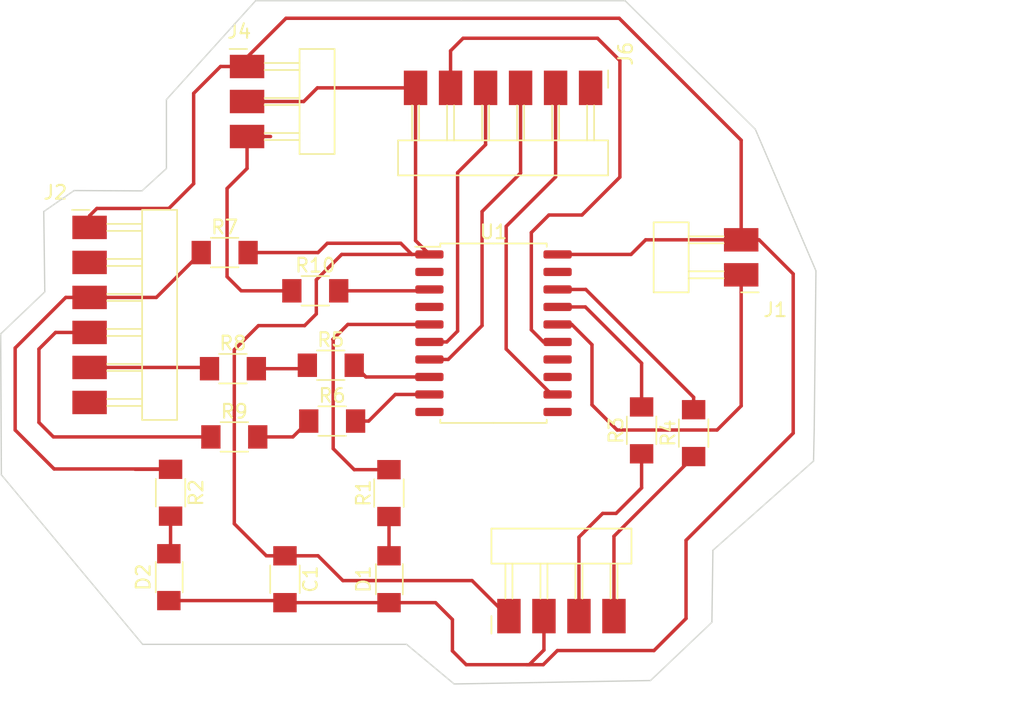
<source format=kicad_pcb>
(kicad_pcb (version 20221018) (generator pcbnew)
  (layers (0 "F.Cu" signal) (31 "B.Cu" signal) (34 "B.Paste" user) (35 "F.Paste" user) (36 "B.SilkS" user "B.Silkscreen") (37 "F.SilkS" user "F.Silkscreen") (38 "B.Mask" user) (39 "F.Mask" user) (44 "Edge.Cuts" user))
  (net 0 "")
  (net 1 "VCC")
  (net 2 "GND")
  (net 3 "Net-(D1-A)")
  (net 4 "Net-(D2-A)")
  (net 5 "Net-(U1-~{RESET}{slash}PA0)")
  (net 7 "Net-(U1-PB2)")
  (net 8 "Net-(U1-PB3)")
  (net 10 "Net-(J3-Pin_3)")
  (net 11 "Net-(J3-Pin_4)")
  (net 12 "/A")
  (net 14 "/DI")
  (net 15 "/DE")
  (net 16 "/RE")
  (net 17 "/RO")
  (net 18 "Net-(U1-PA7)")
  (net 26 "Net-(U1-PA1)")
  (net 27 "Net-(U1-PA2)")
  (net 28 "Net-(J2-Pad4)")
  (net 29 "Net-(J2-Pad5)")
  (net 30 "Net-(J2-Pad3)")
  (net 31 "Net-(R6-Pad1)")
  (net 32 "Net-(R5-Pad1)")
  (net 33 "Net-(J4-Pin_3)")
  (footprint "fab:LED_1206" (layer "F.Cu") (at 98.675 72.225 90)
    (fp_text reference "D2" (at 0 -1.85 90) (layer "F.SilkS"))
    (fp_text value "LED_1206")
    (fp_line (start -1.1 -0.95) (end 1.1 -0.95) (stroke (width 0.12)) (layer "F.SilkS"))
    (fp_line (start -1.1 1) (end 1.1 1) (stroke (width 0.12)) (layer "F.SilkS"))
    (pad "1" smd rect (at -1.7 0 90) (size 1.4 1.7) (layers "F.Cu" "F.Paste" "F.Mask") (net 2 "GND"))
    (pad "2" smd rect (at 1.7 0 90) (size 1.4 1.7) (layers "F.Cu" "F.Paste" "F.Mask") (net 4 "Net-(D2-A)"))
  )
  (footprint "fab:R_1206" (layer "F.Cu") (at 103.325 57.1)
    (fp_text reference "R8" (at 0 -1.85) (layer "F.SilkS"))
    (fp_text value "R0")
    (fp_line (start -1 -1.07) (end 1 -1.07) (stroke (width 0.12)) (layer "F.SilkS"))
    (fp_line (start 1 1.07) (end -1 1.07) (stroke (width 0.12)) (layer "F.SilkS"))
    (pad "1" smd rect (at -1.7 0) (size 1.4 1.7) (layers "F.Cu" "F.Paste" "F.Mask") (net 29 "Net-(J2-Pad5)"))
    (pad "2" smd rect (at 1.7 0) (size 1.4 1.7) (layers "F.Cu" "F.Paste" "F.Mask") (net 32 "Net-(R5-Pad1)"))
  )
  (footprint "fab:PinHeader_1x02_P2.54mm_Horizontal_SMD" (layer "F.Cu") (at 140.2 50.29 180)
    (fp_text reference "J1" (at -1.524 -2.54) (layer "F.SilkS") (effects (justify left)))
    (fp_text value "Conn_PinHeader_UPDI_1x02_P2.54mm_Horizontal_SMD")
    (fp_line (start -1.27 -1.27) (end 0 -1.27) (stroke (width 0.12)) (layer "F.SilkS"))
    (fp_line (start 3.81 -1.27) (end 6.35 -1.27) (stroke (width 0.12)) (layer "F.SilkS"))
    (fp_line (start 3.81 -0.254) (end 1.27 -0.254) (stroke (width 0.12)) (layer "F.SilkS"))
    (fp_line (start 3.81 0.254) (end 1.27 0.254) (stroke (width 0.12)) (layer "F.SilkS"))
    (fp_line (start 3.81 2.286) (end 1.27 2.286) (stroke (width 0.12)) (layer "F.SilkS"))
    (fp_line (start 3.81 2.794) (end 1.27 2.794) (stroke (width 0.12)) (layer "F.SilkS"))
    (fp_line (start 3.81 3.81) (end 3.81 -1.27) (stroke (width 0.12)) (layer "F.SilkS"))
    (fp_line (start 6.35 -1.27) (end 6.35 3.81) (stroke (width 0.12)) (layer "F.SilkS"))
    (fp_line (start 6.35 3.81) (end 3.81 3.81) (stroke (width 0.12)) (layer "F.SilkS"))
    (pad "1" smd rect (at 0 0 180) (size 2.5 1.7) (layers "F.Cu" "F.Paste" "F.Mask") (net 5 "Net-(U1-~{RESET}{slash}PA0)"))
    (pad "2" smd rect (at 0 2.54 180) (size 2.5 1.7) (layers "F.Cu" "F.Paste" "F.Mask") (net 2 "GND"))
  )
  (footprint "fab:PinHeader_1x06_P2.54mm_Horizontal_SMD" (layer "F.Cu") (at 129.275 36.725 -90)
    (fp_text reference "J6" (at -1.524 -2.54 90) (layer "F.SilkS") (effects (justify left)))
    (fp_text value "Conn_01x06_Pin")
    (fp_line (start -1.27 -1.27) (end 0 -1.27) (stroke (width 0.12)) (layer "F.SilkS"))
    (fp_line (start 3.81 -1.27) (end 6.35 -1.27) (stroke (width 0.12)) (layer "F.SilkS"))
    (fp_line (start 3.81 -0.254) (end 1.27 -0.254) (stroke (width 0.12)) (layer "F.SilkS"))
    (fp_line (start 3.81 0.254) (end 1.27 0.254) (stroke (width 0.12)) (layer "F.SilkS"))
    (fp_line (start 3.81 2.286) (end 1.27 2.286) (stroke (width 0.12)) (layer "F.SilkS"))
    (fp_line (start 3.81 2.794) (end 1.27 2.794) (stroke (width 0.12)) (layer "F.SilkS"))
    (fp_line (start 3.81 4.826) (end 1.27 4.826) (stroke (width 0.12)) (layer "F.SilkS"))
    (fp_line (start 3.81 5.334) (end 1.27 5.334) (stroke (width 0.12)) (layer "F.SilkS"))
    (fp_line (start 3.81 7.366) (end 1.27 7.366) (stroke (width 0.12)) (layer "F.SilkS"))
    (fp_line (start 3.81 7.874) (end 1.27 7.874) (stroke (width 0.12)) (layer "F.SilkS"))
    (fp_line (start 3.81 9.906) (end 1.27 9.906) (stroke (width 0.12)) (layer "F.SilkS"))
    (fp_line (start 3.81 10.414) (end 1.27 10.414) (stroke (width 0.12)) (layer "F.SilkS"))
    (fp_line (start 3.81 12.446) (end 1.27 12.446) (stroke (width 0.12)) (layer "F.SilkS"))
    (fp_line (start 3.81 12.954) (end 1.27 12.954) (stroke (width 0.12)) (layer "F.SilkS"))
    (fp_line (start 3.81 13.97) (end 3.81 -1.27) (stroke (width 0.12)) (layer "F.SilkS"))
    (fp_line (start 6.35 -1.27) (end 6.35 13.97) (stroke (width 0.12)) (layer "F.SilkS"))
    (fp_line (start 6.35 13.97) (end 3.81 13.97) (stroke (width 0.12)) (layer "F.SilkS"))
    (pad "1" smd rect (at 0 0 270) (size 2.5 1.7) (layers "F.Cu" "F.Paste" "F.Mask"))
    (pad "2" smd rect (at 0 2.54 270) (size 2.5 1.7) (layers "F.Cu" "F.Paste" "F.Mask") (net 14 "/DI"))
    (pad "3" smd rect (at 0 5.08 270) (size 2.5 1.7) (layers "F.Cu" "F.Paste" "F.Mask") (net 15 "/DE"))
    (pad "4" smd rect (at 0 7.62 270) (size 2.5 1.7) (layers "F.Cu" "F.Paste" "F.Mask") (net 16 "/RE"))
    (pad "5" smd rect (at 0 10.16 270) (size 2.5 1.7) (layers "F.Cu" "F.Paste" "F.Mask") (net 17 "/RO"))
    (pad "6" smd rect (at 0 12.7 270) (size 2.5 1.7) (layers "F.Cu" "F.Paste" "F.Mask") (net 1 "VCC"))
  )
  (footprint "fab:PinHeader_1x06_P2.54mm_Horizontal_SMD" (layer "F.Cu") (at 92.925 46.85)
    (fp_text reference "J2" (at -1.524 -2.54) (layer "F.SilkS") (effects (justify right)))
    (fp_text value "Conn_PinHeader_FTDI_1x06_P2.54mm_Horizontal_SMD" hide)
    (fp_line (start -1.27 -1.27) (end 0 -1.27) (stroke (width 0.12)) (layer "F.SilkS"))
    (fp_line (start 3.81 -1.27) (end 6.35 -1.27) (stroke (width 0.12)) (layer "F.SilkS"))
    (fp_line (start 3.81 -0.254) (end 1.27 -0.254) (stroke (width 0.12)) (layer "F.SilkS"))
    (fp_line (start 3.81 0.254) (end 1.27 0.254) (stroke (width 0.12)) (layer "F.SilkS"))
    (fp_line (start 3.81 2.286) (end 1.27 2.286) (stroke (width 0.12)) (layer "F.SilkS"))
    (fp_line (start 3.81 2.794) (end 1.27 2.794) (stroke (width 0.12)) (layer "F.SilkS"))
    (fp_line (start 3.81 4.826) (end 1.27 4.826) (stroke (width 0.12)) (layer "F.SilkS"))
    (fp_line (start 3.81 5.334) (end 1.27 5.334) (stroke (width 0.12)) (layer "F.SilkS"))
    (fp_line (start 3.81 7.366) (end 1.27 7.366) (stroke (width 0.12)) (layer "F.SilkS"))
    (fp_line (start 3.81 7.874) (end 1.27 7.874) (stroke (width 0.12)) (layer "F.SilkS"))
    (fp_line (start 3.81 9.906) (end 1.27 9.906) (stroke (width 0.12)) (layer "F.SilkS"))
    (fp_line (start 3.81 10.414) (end 1.27 10.414) (stroke (width 0.12)) (layer "F.SilkS"))
    (fp_line (start 3.81 12.446) (end 1.27 12.446) (stroke (width 0.12)) (layer "F.SilkS"))
    (fp_line (start 3.81 12.954) (end 1.27 12.954) (stroke (width 0.12)) (layer "F.SilkS"))
    (fp_line (start 3.81 13.97) (end 3.81 -1.27) (stroke (width 0.12)) (layer "F.SilkS"))
    (fp_line (start 6.35 -1.27) (end 6.35 13.97) (stroke (width 0.12)) (layer "F.SilkS"))
    (fp_line (start 6.35 13.97) (end 3.81 13.97) (stroke (width 0.12)) (layer "F.SilkS"))
    (pad "1" smd rect (at 0 0) (size 2.5 1.7) (layers "F.Cu" "F.Paste" "F.Mask") (net 2 "GND"))
    (pad "2" smd rect (at 0 2.54) (size 2.5 1.7) (layers "F.Cu" "F.Paste" "F.Mask"))
    (pad "3" smd rect (at 0 5.08) (size 2.5 1.7) (layers "F.Cu" "F.Paste" "F.Mask") (net 30 "Net-(J2-Pad3)"))
    (pad "4" smd rect (at 0 7.62) (size 2.5 1.7) (layers "F.Cu" "F.Paste" "F.Mask") (net 28 "Net-(J2-Pad4)"))
    (pad "5" smd rect (at 0 10.16) (size 2.5 1.7) (layers "F.Cu" "F.Paste" "F.Mask") (net 29 "Net-(J2-Pad5)"))
    (pad "6" smd rect (at 0 12.7) (size 2.5 1.7) (layers "F.Cu" "F.Paste" "F.Mask"))
  )
  (footprint "fab:R_1206" (layer "F.Cu") (at 110.525 60.9)
    (fp_text reference "R6" (at 0 -1.85) (layer "F.SilkS"))
    (fp_text value "R0")
    (fp_line (start -1 -1.07) (end 1 -1.07) (stroke (width 0.12)) (layer "F.SilkS"))
    (fp_line (start 1 1.07) (end -1 1.07) (stroke (width 0.12)) (layer "F.SilkS"))
    (pad "1" smd rect (at -1.7 0) (size 1.4 1.7) (layers "F.Cu" "F.Paste" "F.Mask") (net 31 "Net-(R6-Pad1)"))
    (pad "2" smd rect (at 1.7 0) (size 1.4 1.7) (layers "F.Cu" "F.Paste" "F.Mask") (net 7 "Net-(U1-PB2)"))
  )
  (footprint "fab:R_1206" (layer "F.Cu") (at 109.3 51.45)
    (fp_text reference "R10" (at 0 -1.85) (layer "F.SilkS"))
    (fp_text value "R0")
    (fp_line (start -1 -1.07) (end 1 -1.07) (stroke (width 0.12)) (layer "F.SilkS"))
    (fp_line (start 1 1.07) (end -1 1.07) (stroke (width 0.12)) (layer "F.SilkS"))
    (pad "1" smd rect (at -1.7 0) (size 1.4 1.7) (layers "F.Cu" "F.Paste" "F.Mask") (net 33 "Net-(J4-Pin_3)"))
    (pad "2" smd rect (at 1.7 0) (size 1.4 1.7) (layers "F.Cu" "F.Paste" "F.Mask") (net 12 "/A"))
  )
  (footprint "fab:C_1206" (layer "F.Cu") (at 107.1 72.375 -90)
    (fp_text reference "C1" (at 0 -1.85 90) (layer "F.SilkS"))
    (fp_text value "C_1206")
    (fp_line (start -1 -1.07) (end 1 -1.07) (stroke (width 0.12)) (layer "F.SilkS"))
    (fp_line (start 1 1.07) (end -1 1.07) (stroke (width 0.12)) (layer "F.SilkS"))
    (pad "1" smd rect (at -1.7 0 270) (size 1.4 1.7) (layers "F.Cu" "F.Paste" "F.Mask") (net 1 "VCC"))
    (pad "2" smd rect (at 1.7 0 270) (size 1.4 1.7) (layers "F.Cu" "F.Paste" "F.Mask") (net 2 "GND"))
  )
  (footprint "fab:R_1206" (layer "F.Cu") (at 103.425 62.05)
    (fp_text reference "R9" (at 0 -1.85) (layer "F.SilkS"))
    (fp_text value "R0")
    (fp_line (start -1 -1.07) (end 1 -1.07) (stroke (width 0.12)) (layer "F.SilkS"))
    (fp_line (start 1 1.07) (end -1 1.07) (stroke (width 0.12)) (layer "F.SilkS"))
    (pad "1" smd rect (at -1.7 0) (size 1.4 1.7) (layers "F.Cu" "F.Paste" "F.Mask") (net 28 "Net-(J2-Pad4)"))
    (pad "2" smd rect (at 1.7 0) (size 1.4 1.7) (layers "F.Cu" "F.Paste" "F.Mask") (net 31 "Net-(R6-Pad1)"))
  )
  (footprint "fab:R_1206" (layer "F.Cu") (at 110.425 56.85)
    (fp_text reference "R5" (at 0 -1.85) (layer "F.SilkS"))
    (fp_text value "R0")
    (fp_line (start -1 -1.07) (end 1 -1.07) (stroke (width 0.12)) (layer "F.SilkS"))
    (fp_line (start 1 1.07) (end -1 1.07) (stroke (width 0.12)) (layer "F.SilkS"))
    (pad "1" smd rect (at -1.7 0) (size 1.4 1.7) (layers "F.Cu" "F.Paste" "F.Mask") (net 32 "Net-(R5-Pad1)"))
    (pad "2" smd rect (at 1.7 0) (size 1.4 1.7) (layers "F.Cu" "F.Paste" "F.Mask") (net 8 "Net-(U1-PB3)"))
  )
  (footprint "fab:R_1206" (layer "F.Cu") (at 102.725 48.675)
    (fp_text reference "R7" (at 0 -1.85) (layer "F.SilkS"))
    (fp_text value "R0")
    (fp_line (start -1 -1.07) (end 1 -1.07) (stroke (width 0.12)) (layer "F.SilkS"))
    (fp_line (start 1 1.07) (end -1 1.07) (stroke (width 0.12)) (layer "F.SilkS"))
    (pad "1" smd rect (at -1.7 0) (size 1.4 1.7) (layers "F.Cu" "F.Paste" "F.Mask") (net 30 "Net-(J2-Pad3)"))
    (pad "2" smd rect (at 1.7 0) (size 1.4 1.7) (layers "F.Cu" "F.Paste" "F.Mask") (net 1 "VCC"))
  )
  (footprint "fab:PinHeader_1x03_P2.54mm_Horizontal_SMD" (layer "F.Cu") (at 104.35 35.175)
    (fp_text reference "J4" (at -1.524 -2.54 180) (layer "F.SilkS") (effects (justify left)))
    (fp_text value "Conn_01x03_Pin")
    (fp_line (start -1.27 -1.27) (end 0 -1.27) (stroke (width 0.12)) (layer "F.SilkS"))
    (fp_line (start 3.81 -1.27) (end 6.35 -1.27) (stroke (width 0.12)) (layer "F.SilkS"))
    (fp_line (start 3.81 -0.254) (end 1.27 -0.254) (stroke (width 0.12)) (layer "F.SilkS"))
    (fp_line (start 3.81 0.254) (end 1.27 0.254) (stroke (width 0.12)) (layer "F.SilkS"))
    (fp_line (start 3.81 2.286) (end 1.27 2.286) (stroke (width 0.12)) (layer "F.SilkS"))
    (fp_line (start 3.81 2.794) (end 1.27 2.794) (stroke (width 0.12)) (layer "F.SilkS"))
    (fp_line (start 3.81 4.826) (end 1.27 4.826) (stroke (width 0.12)) (layer "F.SilkS"))
    (fp_line (start 3.81 5.334) (end 1.27 5.334) (stroke (width 0.12)) (layer "F.SilkS"))
    (fp_line (start 3.81 6.35) (end 3.81 -1.27) (stroke (width 0.12)) (layer "F.SilkS"))
    (fp_line (start 6.35 -1.27) (end 6.35 6.35) (stroke (width 0.12)) (layer "F.SilkS"))
    (fp_line (start 6.35 6.35) (end 3.81 6.35) (stroke (width 0.12)) (layer "F.SilkS"))
    (pad "1" smd rect (at 0 0) (size 2.5 1.7) (layers "F.Cu" "F.Paste" "F.Mask") (net 2 "GND"))
    (pad "2" smd rect (at 0 2.54) (size 2.5 1.7) (layers "F.Cu" "F.Paste" "F.Mask") (net 1 "VCC"))
    (pad "3" smd rect (at 0 5.08) (size 2.5 1.7) (layers "F.Cu" "F.Paste" "F.Mask") (net 33 "Net-(J4-Pin_3)"))
  )
  (footprint "fab:R_1206" (layer "F.Cu") (at 132.975 61.575 90)
    (fp_text reference "R3" (at 0 -1.85 90) (layer "F.SilkS"))
    (fp_text value "R0")
    (fp_line (start -1 -1.07) (end 1 -1.07) (stroke (width 0.12)) (layer "F.SilkS"))
    (fp_line (start 1 1.07) (end -1 1.07) (stroke (width 0.12)) (layer "F.SilkS"))
    (pad "1" smd rect (at -1.7 0 90) (size 1.4 1.7) (layers "F.Cu" "F.Paste" "F.Mask") (net 10 "Net-(J3-Pin_3)"))
    (pad "2" smd rect (at 1.7 0 90) (size 1.4 1.7) (layers "F.Cu" "F.Paste" "F.Mask") (net 26 "Net-(U1-PA1)"))
  )
  (footprint "Package_SO:SOIC-20W_7.5x12.8mm_P1.27mm" (layer "F.Cu") (at 122.23 54.525)
    (fp_text reference "U1" (at 0 -7.35) (layer "F.SilkS"))
    (fp_text value "ATtiny3216-S")
    (fp_line (start -3.86 -6.51) (end -3.86 -6.275) (stroke (width 0.12)) (layer "F.SilkS"))
    (fp_line (start -3.86 -6.275) (end -5.675 -6.275) (stroke (width 0.12)) (layer "F.SilkS"))
    (fp_line (start -3.86 6.51) (end -3.86 6.275) (stroke (width 0.12)) (layer "F.SilkS"))
    (fp_line (start 0 -6.51) (end -3.86 -6.51) (stroke (width 0.12)) (layer "F.SilkS"))
    (fp_line (start 0 -6.51) (end 3.86 -6.51) (stroke (width 0.12)) (layer "F.SilkS"))
    (fp_line (start 0 6.51) (end -3.86 6.51) (stroke (width 0.12)) (layer "F.SilkS"))
    (fp_line (start 0 6.51) (end 3.86 6.51) (stroke (width 0.12)) (layer "F.SilkS"))
    (fp_line (start 3.86 -6.51) (end 3.86 -6.275) (stroke (width 0.12)) (layer "F.SilkS"))
    (fp_line (start 3.86 6.51) (end 3.86 6.275) (stroke (width 0.12)) (layer "F.SilkS"))
    (pad "1" smd roundrect (at -4.65 -5.715) (size 2.05 0.6) (layers "F.Cu" "F.Paste" "F.Mask") (net 1 "VCC"))
    (pad "2" smd roundrect (at -4.65 -4.445) (size 2.05 0.6) (layers "F.Cu" "F.Paste" "F.Mask"))
    (pad "3" smd roundrect (at -4.65 -3.175) (size 2.05 0.6) (layers "F.Cu" "F.Paste" "F.Mask") (net 12 "/A"))
    (pad "4" smd roundrect (at -4.65 -1.905) (size 2.05 0.6) (layers "F.Cu" "F.Paste" "F.Mask"))
    (pad "5" smd roundrect (at -4.65 -0.635) (size 2.05 0.6) (layers "F.Cu" "F.Paste" "F.Mask") (net 18 "Net-(U1-PA7)"))
    (pad "6" smd roundrect (at -4.65 0.635) (size 2.05 0.6) (layers "F.Cu" "F.Paste" "F.Mask") (net 16 "/RE"))
    (pad "7" smd roundrect (at -4.65 1.905) (size 2.05 0.6) (layers "F.Cu" "F.Paste" "F.Mask") (net 15 "/DE"))
    (pad "8" smd roundrect (at -4.65 3.175) (size 2.05 0.6) (layers "F.Cu" "F.Paste" "F.Mask") (net 8 "Net-(U1-PB3)"))
    (pad "9" smd roundrect (at -4.65 4.445) (size 2.05 0.6) (layers "F.Cu" "F.Paste" "F.Mask") (net 7 "Net-(U1-PB2)"))
    (pad "10" smd roundrect (at -4.65 5.715) (size 2.05 0.6) (layers "F.Cu" "F.Paste" "F.Mask"))
    (pad "11" smd roundrect (at 4.65 5.715) (size 2.05 0.6) (layers "F.Cu" "F.Paste" "F.Mask"))
    (pad "12" smd roundrect (at 4.65 4.445) (size 2.05 0.6) (layers "F.Cu" "F.Paste" "F.Mask") (net 14 "/DI"))
    (pad "13" smd roundrect (at 4.65 3.175) (size 2.05 0.6) (layers "F.Cu" "F.Paste" "F.Mask"))
    (pad "14" smd roundrect (at 4.65 1.905) (size 2.05 0.6) (layers "F.Cu" "F.Paste" "F.Mask"))
    (pad "15" smd roundrect (at 4.65 0.635) (size 2.05 0.6) (layers "F.Cu" "F.Paste" "F.Mask") (net 17 "/RO"))
    (pad "16" smd roundrect (at 4.65 -0.635) (size 2.05 0.6) (layers "F.Cu" "F.Paste" "F.Mask") (net 5 "Net-(U1-~{RESET}{slash}PA0)"))
    (pad "17" smd roundrect (at 4.65 -1.905) (size 2.05 0.6) (layers "F.Cu" "F.Paste" "F.Mask") (net 26 "Net-(U1-PA1)"))
    (pad "18" smd roundrect (at 4.65 -3.175) (size 2.05 0.6) (layers "F.Cu" "F.Paste" "F.Mask") (net 27 "Net-(U1-PA2)"))
    (pad "19" smd roundrect (at 4.65 -4.445) (size 2.05 0.6) (layers "F.Cu" "F.Paste" "F.Mask"))
    (pad "20" smd roundrect (at 4.65 -5.715) (size 2.05 0.6) (layers "F.Cu" "F.Paste" "F.Mask") (net 2 "GND"))
  )
  (footprint "fab:R_1206" (layer "F.Cu") (at 114.645 66.125 90)
    (fp_text reference "R1" (at 0 -1.85 90) (layer "F.SilkS"))
    (fp_text value "R_1206")
    (fp_line (start -1 -1.07) (end 1 -1.07) (stroke (width 0.12)) (layer "F.SilkS"))
    (fp_line (start 1 1.07) (end -1 1.07) (stroke (width 0.12)) (layer "F.SilkS"))
    (pad "1" smd rect (at -1.7 0 90) (size 1.4 1.7) (layers "F.Cu" "F.Paste" "F.Mask") (net 3 "Net-(D1-A)"))
    (pad "2" smd rect (at 1.7 0 90) (size 1.4 1.7) (layers "F.Cu" "F.Paste" "F.Mask") (net 18 "Net-(U1-PA7)"))
  )
  (footprint "fab:R_1206" (layer "F.Cu") (at 98.8 66.1 -90)
    (fp_text reference "R2" (at 0 -1.85 90) (layer "F.SilkS"))
    (fp_text value "100")
    (fp_line (start -1 -1.07) (end 1 -1.07) (stroke (width 0.12)) (layer "F.SilkS"))
    (fp_line (start 1 1.07) (end -1 1.07) (stroke (width 0.12)) (layer "F.SilkS"))
    (pad "1" smd rect (at -1.7 0 270) (size 1.4 1.7) (layers "F.Cu" "F.Paste" "F.Mask") (net 30 "Net-(J2-Pad3)"))
    (pad "2" smd rect (at 1.7 0 270) (size 1.4 1.7) (layers "F.Cu" "F.Paste" "F.Mask") (net 4 "Net-(D2-A)"))
  )
  (footprint "fab:LED_1206" (layer "F.Cu") (at 114.65 72.375 90)
    (fp_text reference "D1" (at 0 -1.85 90) (layer "F.SilkS"))
    (fp_text value "LED_1206")
    (fp_line (start -1.1 -0.95) (end 1.1 -0.95) (stroke (width 0.12)) (layer "F.SilkS"))
    (fp_line (start -1.1 1) (end 1.1 1) (stroke (width 0.12)) (layer "F.SilkS"))
    (pad "1" smd rect (at -1.7 0 90) (size 1.4 1.7) (layers "F.Cu" "F.Paste" "F.Mask") (net 2 "GND"))
    (pad "2" smd rect (at 1.7 0 90) (size 1.4 1.7) (layers "F.Cu" "F.Paste" "F.Mask") (net 3 "Net-(D1-A)"))
  )
  (footprint "fab:R_1206" (layer "F.Cu") (at 136.75 61.775 90)
    (fp_text reference "R4" (at 0 -1.85 90) (layer "F.SilkS"))
    (fp_text value "R0")
    (fp_line (start -1 -1.07) (end 1 -1.07) (stroke (width 0.12)) (layer "F.SilkS"))
    (fp_line (start 1 1.07) (end -1 1.07) (stroke (width 0.12)) (layer "F.SilkS"))
    (pad "1" smd rect (at -1.7 0 90) (size 1.4 1.7) (layers "F.Cu" "F.Paste" "F.Mask") (net 11 "Net-(J3-Pin_4)"))
    (pad "2" smd rect (at 1.7 0 90) (size 1.4 1.7) (layers "F.Cu" "F.Paste" "F.Mask") (net 27 "Net-(U1-PA2)"))
  )
  (footprint "fab:PinHeader_1x04_P2.54mm_Horizontal_SMD" (layer "F.Cu") (at 123.35 75.05 90)
    (fp_text reference "J3" hide)
    (fp_text value "Conn_01x04_Pin")
    (fp_line (start -1.27 -1.27) (end 0 -1.27) (stroke (width 0.12)) (layer "F.SilkS"))
    (fp_line (start 3.81 -1.27) (end 6.35 -1.27) (stroke (width 0.12)) (layer "F.SilkS"))
    (fp_line (start 3.81 -0.254) (end 1.27 -0.254) (stroke (width 0.12)) (layer "F.SilkS"))
    (fp_line (start 3.81 0.254) (end 1.27 0.254) (stroke (width 0.12)) (layer "F.SilkS"))
    (fp_line (start 3.81 2.286) (end 1.27 2.286) (stroke (width 0.12)) (layer "F.SilkS"))
    (fp_line (start 3.81 2.794) (end 1.27 2.794) (stroke (width 0.12)) (layer "F.SilkS"))
    (fp_line (start 3.81 4.826) (end 1.27 4.826) (stroke (width 0.12)) (layer "F.SilkS"))
    (fp_line (start 3.81 5.334) (end 1.27 5.334) (stroke (width 0.12)) (layer "F.SilkS"))
    (fp_line (start 3.81 7.366) (end 1.27 7.366) (stroke (width 0.12)) (layer "F.SilkS"))
    (fp_line (start 3.81 7.874) (end 1.27 7.874) (stroke (width 0.12)) (layer "F.SilkS"))
    (fp_line (start 3.81 8.89) (end 3.81 -1.27) (stroke (width 0.12)) (layer "F.SilkS"))
    (fp_line (start 6.35 -1.27) (end 6.35 8.89) (stroke (width 0.12)) (layer "F.SilkS"))
    (fp_line (start 6.35 8.89) (end 3.81 8.89) (stroke (width 0.12)) (layer "F.SilkS"))
    (pad "1" smd rect (at 0 0 90) (size 2.5 1.7) (layers "F.Cu" "F.Paste" "F.Mask") (net 1 "VCC"))
    (pad "2" smd rect (at 0 2.54 90) (size 2.5 1.7) (layers "F.Cu" "F.Paste" "F.Mask") (net 2 "GND"))
    (pad "3" smd rect (at 0 5.08 90) (size 2.5 1.7) (layers "F.Cu" "F.Paste" "F.Mask") (net 10 "Net-(J3-Pin_3)"))
    (pad "4" smd rect (at 0 7.62 90) (size 2.5 1.7) (layers "F.Cu" "F.Paste" "F.Mask") (net 11 "Net-(J3-Pin_4)"))
  )
  (gr_line (start 119.9 30.4) (end 104.975 30.4) (stroke (width 0.1)) (layer "Edge.Cuts"))
  (gr_line (start 138.15 70.275) (end 138.075 75.5) (stroke (width 0.1)) (layer "Edge.Cuts"))
  (gr_line (start 119.375 79.975) (end 115.925 77.1) (stroke (width 0.1)) (layer "Edge.Cuts"))
  (gr_line (start 115.925 77.1) (end 96.775 77.1) (stroke (width 0.1)) (layer "Edge.Cuts"))
  (gr_line (start 131.775 30.4) (end 141.225 39.725) (stroke (width 0.1)) (layer "Edge.Cuts"))
  (gr_line (start 138.075 75.5) (end 133.625 79.725) (stroke (width 0.1)) (layer "Edge.Cuts"))
  (gr_line (start 145.625 50) (end 145.5 61.475) (stroke (width 0.1)) (layer "Edge.Cuts"))
  (gr_line (start 89.6 45.7) (end 89.675 51.525) (stroke (width 0.1)) (layer "Edge.Cuts"))
  (gr_line (start 91.8 44.175) (end 89.6 45.7) (stroke (width 0.1)) (layer "Edge.Cuts"))
  (gr_line (start 86.525 64.8) (end 96.775 77.1) (stroke (width 0.1)) (layer "Edge.Cuts"))
  (gr_line (start 98.5 37.575) (end 98.5 42.575) (stroke (width 0.1)) (layer "Edge.Cuts"))
  (gr_line (start 145.5 61.475) (end 145.45 63.8) (stroke (width 0.1)) (layer "Edge.Cuts"))
  (gr_line (start 133.625 79.725) (end 119.375 79.975) (stroke (width 0.1)) (layer "Edge.Cuts"))
  (gr_line (start 89.675 51.525) (end 86.475 54.575) (stroke (width 0.1)) (layer "Edge.Cuts"))
  (gr_line (start 141.225 39.725) (end 145.625 50) (stroke (width 0.1)) (layer "Edge.Cuts"))
  (gr_line (start 104.975 30.4) (end 98.5 37.575) (stroke (width 0.1)) (layer "Edge.Cuts"))
  (gr_line (start 145.45 63.8) (end 138.15 70.275) (stroke (width 0.1)) (layer "Edge.Cuts"))
  (gr_line (start 86.475 54.575) (end 86.525 64.8) (stroke (width 0.1)) (layer "Edge.Cuts"))
  (gr_line (start 98.5 42.575) (end 96.725 44.2) (stroke (width 0.1)) (layer "Edge.Cuts"))
  (gr_line (start 119.9 30.4) (end 131.775 30.4) (stroke (width 0.1)) (layer "Edge.Cuts"))
  (gr_line (start 96.725 44.2) (end 91.8 44.175) (stroke (width 0.1)) (layer "Edge.Cuts"))
  (segment (start 115.5 48) (end 116.31 48.81) (width 0.25) (layer "F.Cu") (net 1))
  (segment (start 107.1 70.675) (end 105.75 70.675) (width 0.25) (layer "F.Cu") (net 1))
  (segment (start 109.5 70.675) (end 107.1 70.675) (width 0.25) (layer "F.Cu") (net 1))
  (segment (start 108.46 37.715) (end 104.35 37.715) (width 0.25) (layer "F.Cu") (net 1))
  (segment (start 109.45 36.725) (end 108.46 37.715) (width 0.25) (layer "F.Cu") (net 1))
  (segment (start 120.675 72.475) (end 111.3 72.475) (width 0.25) (layer "F.Cu") (net 1))
  (segment (start 109.375 50.65) (end 111.215 48.81) (width 0.25) (layer "F.Cu") (net 1))
  (segment (start 116.31 48.81) (end 117.58 48.81) (width 0.25) (layer "F.Cu") (net 1))
  (segment (start 111.3 72.475) (end 109.5 70.675) (width 0.25) (layer "F.Cu") (net 1))
  (segment (start 110.175 48) (end 115.5 48) (width 0.25) (layer "F.Cu") (net 1))
  (segment (start 116.575 47.805) (end 117.58 48.81) (width 0.25) (layer "F.Cu") (net 1))
  (segment (start 123.35 75.05) (end 123.25 75.05) (width 0.25) (layer "F.Cu") (net 1))
  (segment (start 117.045 48.275) (end 117.58 48.81) (width 0.25) (layer "F.Cu") (net 1))
  (segment (start 109.375 53.125) (end 109.375 50.65) (width 0.25) (layer "F.Cu") (net 1))
  (segment (start 109.5 48.675) (end 110.175 48) (width 0.25) (layer "F.Cu") (net 1))
  (segment (start 108.525 53.975) (end 109.375 53.125) (width 0.25) (layer "F.Cu") (net 1))
  (segment (start 105.175 53.975) (end 108.525 53.975) (width 0.25) (layer "F.Cu") (net 1))
  (segment (start 116.575 36.725) (end 109.45 36.725) (width 0.25) (layer "F.Cu") (net 1))
  (segment (start 111.215 48.81) (end 116.31 48.81) (width 0.25) (layer "F.Cu") (net 1))
  (segment (start 104.425 48.675) (end 109.5 48.675) (width 0.25) (layer "F.Cu") (net 1))
  (segment (start 105.75 70.675) (end 103.425 68.35) (width 0.25) (layer "F.Cu") (net 1))
  (segment (start 116.575 36.725) (end 116.575 47.805) (width 0.25) (layer "F.Cu") (net 1))
  (segment (start 103.425 55.725) (end 105.175 53.975) (width 0.25) (layer "F.Cu") (net 1))
  (segment (start 103.425 68.35) (end 103.425 55.725) (width 0.25) (layer "F.Cu") (net 1))
  (segment (start 123.25 75.05) (end 120.675 72.475) (width 0.25) (layer "F.Cu") (net 1))
  (segment (start 140.2 47.75) (end 141.5 47.75) (width 0.25) (layer "F.Cu") (net 2))
  (segment (start 133.27 47.75) (end 132.21 48.81) (width 0.25) (layer "F.Cu") (net 2))
  (segment (start 143.975 50.225) (end 143.975 61.775) (width 0.25) (layer "F.Cu") (net 2))
  (segment (start 120.25 78.575) (end 119.25 77.575) (width 0.25) (layer "F.Cu") (net 2))
  (segment (start 126.88 48.81) (end 132.21 48.81) (width 0.25) (layer "F.Cu") (net 2))
  (segment (start 140.2 47.75) (end 133.27 47.75) (width 0.25) (layer "F.Cu") (net 2))
  (segment (start 140.2 40.525) (end 131.35 31.675) (width 0.25) (layer "F.Cu") (net 2))
  (segment (start 98.675 45.475) (end 100.475 43.675) (width 0.25) (layer "F.Cu") (net 2))
  (segment (start 124.825 78.575) (end 124.65 78.575) (width 0.25) (layer "F.Cu") (net 2))
  (segment (start 136.2 75.225) (end 133.875 77.55) (width 0.25) (layer "F.Cu") (net 2))
  (segment (start 92.925 46.85) (end 92.925 46) (width 0.25) (layer "F.Cu") (net 2))
  (segment (start 107.175 31.675) (end 104.35 34.5) (width 0.25) (layer "F.Cu") (net 2))
  (segment (start 98.675 73.925) (end 106.95 73.925) (width 0.25) (layer "F.Cu") (net 2))
  (segment (start 102.425 35.175) (end 104.35 35.175) (width 0.25) (layer "F.Cu") (net 2))
  (segment (start 140.2 47.75) (end 140.2 40.525) (width 0.25) (layer "F.Cu") (net 2))
  (segment (start 141.5 47.75) (end 143.975 50.225) (width 0.25) (layer "F.Cu") (net 2))
  (segment (start 125.89 75.05) (end 125.89 77.51) (width 0.25) (layer "F.Cu") (net 2))
  (segment (start 92.925 46) (end 93.45 45.475) (width 0.25) (layer "F.Cu") (net 2))
  (segment (start 143.975 61.775) (end 136.2 69.55) (width 0.25) (layer "F.Cu") (net 2))
  (segment (start 119.25 77.575) (end 119.25 75.3) (width 0.25) (layer "F.Cu") (net 2))
  (segment (start 100.475 43.675) (end 100.475 37.125) (width 0.25) (layer "F.Cu") (net 2))
  (segment (start 119.25 75.3) (end 118.025 74.075) (width 0.25) (layer "F.Cu") (net 2))
  (segment (start 93.45 45.475) (end 98.675 45.475) (width 0.25) (layer "F.Cu") (net 2))
  (segment (start 107.1 74.075) (end 114.65 74.075) (width 0.25) (layer "F.Cu") (net 2))
  (segment (start 125.84 78.575) (end 124.65 78.575) (width 0.25) (layer "F.Cu") (net 2))
  (segment (start 118.025 74.075) (end 114.65 74.075) (width 0.25) (layer "F.Cu") (net 2))
  (segment (start 136.2 69.55) (end 136.2 75.225) (width 0.25) (layer "F.Cu") (net 2))
  (segment (start 131.35 31.675) (end 107.175 31.675) (width 0.25) (layer "F.Cu") (net 2))
  (segment (start 106.95 73.925) (end 107.1 74.075) (width 0.25) (layer "F.Cu") (net 2))
  (segment (start 100.475 37.125) (end 102.425 35.175) (width 0.25) (layer "F.Cu") (net 2))
  (segment (start 124.65 78.575) (end 120.25 78.575) (width 0.25) (layer "F.Cu") (net 2))
  (segment (start 133.875 77.55) (end 126.865 77.55) (width 0.25) (layer "F.Cu") (net 2))
  (segment (start 114.665 74.06) (end 114.65 74.075) (width 0.25) (layer "F.Cu") (net 2))
  (segment (start 104.35 34.5) (end 104.35 35.175) (width 0.25) (layer "F.Cu") (net 2))
  (segment (start 126.865 77.55) (end 125.84 78.575) (width 0.25) (layer "F.Cu") (net 2))
  (segment (start 125.89 77.51) (end 124.825 78.575) (width 0.25) (layer "F.Cu") (net 2))
  (segment (start 114.65 70.675) (end 114.65 67.83) (width 0.25) (layer "F.Cu") (net 3))
  (segment (start 114.65 67.83) (end 114.645 67.825) (width 0.25) (layer "F.Cu") (net 3))
  (segment (start 98.8 67.8) (end 98.8 70.4) (width 0.25) (layer "F.Cu") (net 4))
  (segment (start 98.8 70.4) (end 98.675 70.525) (width 0.25) (layer "F.Cu") (net 4))
  (segment (start 98.55 70.4) (end 98.675 70.525) (width 0.25) (layer "F.Cu") (net 4))
  (segment (start 127.904999 53.89) (end 126.88 53.89) (width 0.25) (layer "F.Cu") (net 5))
  (segment (start 129.375 55.360001) (end 127.904999 53.89) (width 0.25) (layer "F.Cu") (net 5))
  (segment (start 140.2 59.8) (end 138.45 61.55) (width 0.25) (layer "F.Cu") (net 5))
  (segment (start 131.2 61.55) (end 129.375 59.725) (width 0.25) (layer "F.Cu") (net 5))
  (segment (start 129.375 59.725) (end 129.375 55.360001) (width 0.25) (layer "F.Cu") (net 5))
  (segment (start 140.2 50.29) (end 140.2 59.8) (width 0.25) (layer "F.Cu") (net 5))
  (segment (start 138.45 61.55) (end 131.2 61.55) (width 0.25) (layer "F.Cu") (net 5))
  (segment (start 113.175 60.9) (end 115.105 58.97) (width 0.25) (layer "F.Cu") (net 7))
  (segment (start 115.105 58.97) (end 117.58 58.97) (width 0.25) (layer "F.Cu") (net 7))
  (segment (start 112.225 60.9) (end 113.175 60.9) (width 0.25) (layer "F.Cu") (net 7))
  (segment (start 112.975 57.7) (end 117.58 57.7) (width 0.25) (layer "F.Cu") (net 8))
  (segment (start 112.125 56.85) (end 112.975 57.7) (width 0.25) (layer "F.Cu") (net 8))
  (segment (start 128.43 69.32) (end 128.43 75.05) (width 0.25) (layer "F.Cu") (net 10))
  (segment (start 131.125 67.6) (end 130.15 67.6) (width 0.25) (layer "F.Cu") (net 10))
  (segment (start 132.975 63.275) (end 132.975 65.75) (width 0.25) (layer "F.Cu") (net 10))
  (segment (start 130.15 67.6) (end 128.43 69.32) (width 0.25) (layer "F.Cu") (net 10))
  (segment (start 132.975 65.75) (end 131.125 67.6) (width 0.25) (layer "F.Cu") (net 10))
  (segment (start 136.75 63.475) (end 130.97 69.255) (width 0.25) (layer "F.Cu") (net 11))
  (segment (start 130.97 69.255) (end 130.97 75.05) (width 0.25) (layer "F.Cu") (net 11))
  (segment (start 117.48 51.45) (end 117.58 51.35) (width 0.25) (layer "F.Cu") (net 12))
  (segment (start 111 51.45) (end 117.48 51.45) (width 0.25) (layer "F.Cu") (net 12))
  (segment (start 126.735 43.19) (end 123.15 46.775) (width 0.25) (layer "F.Cu") (net 14))
  (segment (start 126.735 36.725) (end 126.735 43.19) (width 0.25) (layer "F.Cu") (net 14))
  (segment (start 123.15 46.775) (end 123.15 55.670908) (width 0.25) (layer "F.Cu") (net 14))
  (segment (start 126.449092 58.97) (end 126.88 58.97) (width 0.25) (layer "F.Cu") (net 14))
  (segment (start 123.15 55.670908) (end 126.449092 58.97) (width 0.25) (layer "F.Cu") (net 14))
  (segment (start 121.4 53.975) (end 118.945 56.43) (width 0.25) (layer "F.Cu") (net 15))
  (segment (start 124.195 42.905) (end 121.4 45.7) (width 0.25) (layer "F.Cu") (net 15))
  (segment (start 124.195 36.725) (end 124.195 42.905) (width 0.25) (layer "F.Cu") (net 15))
  (segment (start 118.945 56.43) (end 117.58 56.43) (width 0.25) (layer "F.Cu") (net 15))
  (segment (start 121.4 45.7) (end 121.4 53.975) (width 0.25) (layer "F.Cu") (net 15))
  (segment (start 121.655 40.845) (end 119.625 42.875) (width 0.25) (layer "F.Cu") (net 16))
  (segment (start 119.625 54.375) (end 118.84 55.16) (width 0.25) (layer "F.Cu") (net 16))
  (segment (start 119.625 42.875) (end 119.625 54.375) (width 0.25) (layer "F.Cu") (net 16))
  (segment (start 121.655 36.725) (end 121.655 40.845) (width 0.25) (layer "F.Cu") (net 16))
  (segment (start 118.84 55.16) (end 117.58 55.16) (width 0.25) (layer "F.Cu") (net 16))
  (segment (start 131.4 43.2) (end 128.65 45.95) (width 0.25) (layer "F.Cu") (net 17))
  (segment (start 124.975 47.225) (end 124.975 54.279999) (width 0.25) (layer "F.Cu") (net 17))
  (segment (start 128.65 45.95) (end 126.25 45.95) (width 0.25) (layer "F.Cu") (net 17))
  (segment (start 124.975 54.279999) (end 125.855001 55.16) (width 0.25) (layer "F.Cu") (net 17))
  (segment (start 120.025 33.125) (end 129.775 33.125) (width 0.25) (layer "F.Cu") (net 17))
  (segment (start 126.25 45.95) (end 124.975 47.225) (width 0.25) (layer "F.Cu") (net 17))
  (segment (start 119.115 34.035) (end 120.025 33.125) (width 0.25) (layer "F.Cu") (net 17))
  (segment (start 131.4 34.75) (end 131.4 43.2) (width 0.25) (layer "F.Cu") (net 17))
  (segment (start 129.775 33.125) (end 131.4 34.75) (width 0.25) (layer "F.Cu") (net 17))
  (segment (start 119.115 36.725) (end 119.115 34.035) (width 0.25) (layer "F.Cu") (net 17))
  (segment (start 125.855001 55.16) (end 126.88 55.16) (width 0.25) (layer "F.Cu") (net 17))
  (segment (start 110.575 54.975) (end 111.66 53.89) (width 0.25) (layer "F.Cu") (net 18))
  (segment (start 112.125 64.425) (end 110.6 62.9) (width 0.25) (layer "F.Cu") (net 18))
  (segment (start 110.6 62.9) (end 110.6 55) (width 0.25) (layer "F.Cu") (net 18))
  (segment (start 111.66 53.89) (end 117.58 53.89) (width 0.25) (layer "F.Cu") (net 18))
  (segment (start 114.645 64.425) (end 112.125 64.425) (width 0.25) (layer "F.Cu") (net 18))
  (segment (start 110.6 55) (end 110.575 54.975) (width 0.25) (layer "F.Cu") (net 18))
  (segment (start 128.895 52.62) (end 126.88 52.62) (width 0.25) (layer "F.Cu") (net 26))
  (segment (start 132.975 59.875) (end 132.975 56.7) (width 0.25) (layer "F.Cu") (net 26))
  (segment (start 132.975 56.7) (end 128.895 52.62) (width 0.25) (layer "F.Cu") (net 26))
  (segment (start 136.75 60.075) (end 136.75 59.175) (width 0.25) (layer "F.Cu") (net 27))
  (segment (start 136.75 59.175) (end 128.925 51.35) (width 0.25) (layer "F.Cu") (net 27))
  (segment (start 128.925 51.35) (end 126.88 51.35) (width 0.25) (layer "F.Cu") (net 27))
  (segment (start 89.25 55.675) (end 89.25 61) (width 0.25) (layer "F.Cu") (net 28))
  (segment (start 89.25 61) (end 90.075 61.825) (width 0.25) (layer "F.Cu") (net 28))
  (segment (start 90.455 54.47) (end 89.25 55.675) (width 0.25) (layer "F.Cu") (net 28))
  (segment (start 101.725 62.05) (end 90.3 62.05) (width 0.25) (layer "F.Cu") (net 28))
  (segment (start 92.925 54.47) (end 90.455 54.47) (width 0.25) (layer "F.Cu") (net 28))
  (segment (start 90.3 62.05) (end 90.075 61.825) (width 0.25) (layer "F.Cu") (net 28))
  (segment (start 92.925 57.01) (end 101.535 57.01) (width 0.25) (layer "F.Cu") (net 29))
  (segment (start 101.535 57.01) (end 101.625 57.1) (width 0.25) (layer "F.Cu") (net 29))
  (segment (start 98.163604 64.4) (end 96.225 64.4) (width 0.25) (layer "F.Cu") (net 30))
  (segment (start 92.925 51.93) (end 97.77 51.93) (width 0.25) (layer "F.Cu") (net 30))
  (segment (start 90.35 64.375) (end 98.138604 64.375) (width 0.25) (layer "F.Cu") (net 30))
  (segment (start 92.925 51.93) (end 91.195 51.93) (width 0.25) (layer "F.Cu") (net 30))
  (segment (start 87.525 61.55) (end 90.35 64.375) (width 0.25) (layer "F.Cu") (net 30))
  (segment (start 98.138604 64.375) (end 98.163604 64.4) (width 0.25) (layer "F.Cu") (net 30))
  (segment (start 97.77 51.93) (end 101.025 48.675) (width 0.25) (layer "F.Cu") (net 30))
  (segment (start 87.525 55.6) (end 87.525 61.55) (width 0.25) (layer "F.Cu") (net 30))
  (segment (start 91.195 51.93) (end 87.525 55.6) (width 0.25) (layer "F.Cu") (net 30))
  (segment (start 107.675 62.05) (end 108.825 60.9) (width 0.25) (layer "F.Cu") (net 31))
  (segment (start 108.825 61.075) (end 108.825 60.9) (width 0.25) (layer "F.Cu") (net 31))
  (segment (start 105.125 62.05) (end 107.675 62.05) (width 0.25) (layer "F.Cu") (net 31))
  (segment (start 108.475 57.1) (end 108.725 56.85) (width 0.25) (layer "F.Cu") (net 32))
  (segment (start 105.025 57.1) (end 108.475 57.1) (width 0.25) (layer "F.Cu") (net 32))
  (segment (start 103.925 51.45) (end 102.9 50.425) (width 0.25) (layer "F.Cu") (net 33))
  (segment (start 102.9 50.425) (end 102.9 44.025) (width 0.25) (layer "F.Cu") (net 33))
  (segment (start 104.35 40.255) (end 106.055 40.255) (width 0.25) (layer "F.Cu") (net 33))
  (segment (start 104.35 42.575) (end 104.35 40.255) (width 0.25) (layer "F.Cu") (net 33))
  (segment (start 102.9 44.025) (end 104.35 42.575) (width 0.25) (layer "F.Cu") (net 33))
  (segment (start 107.6 51.45) (end 103.925 51.45) (width 0.25) (layer "F.Cu") (net 33))
)
</source>
